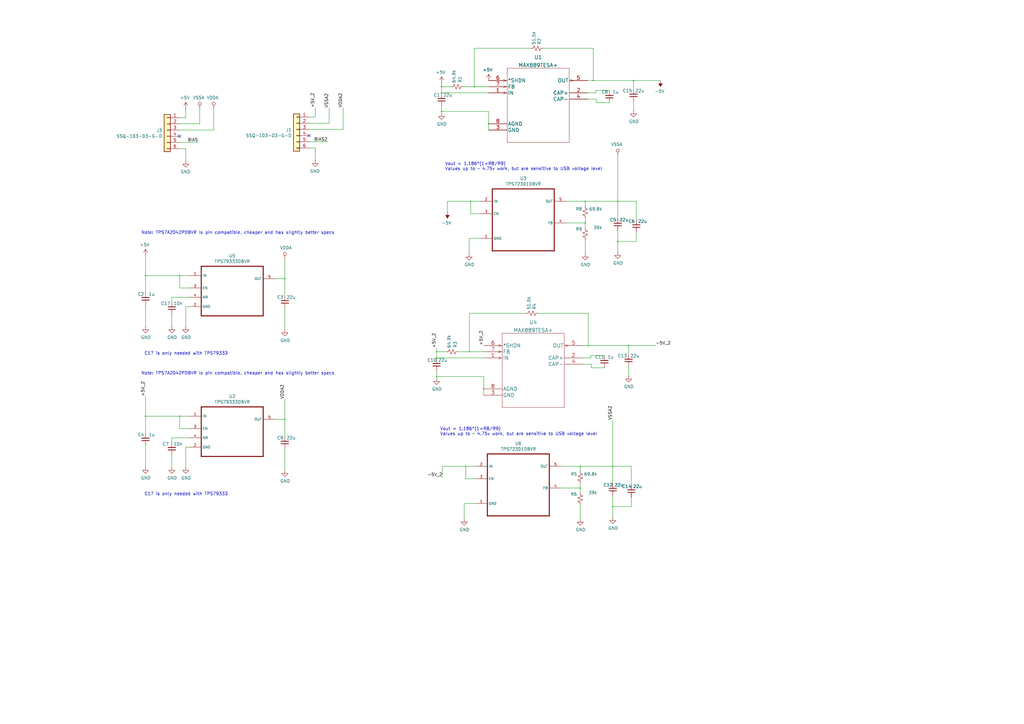
<source format=kicad_sch>
(kicad_sch (version 20231120) (generator "eeschema") (generator_version "8.0")
  (paper "A3")
  (lib_symbols
    (symbol "Connector_Generic:Conn_01x06" (pin_names hide)
      (property "Reference" "J" (at 0 7.62 0))
      (property "Value" "Conn_01x06" (at 0 -10.16 0))
      (symbol "Conn_01x06_1_1"
        (rectangle (start -1.27 -7.493) (end 0 -7.747) (stroke (width 0.1524)))
        (rectangle (start -1.27 -4.953) (end 0 -5.207) (stroke (width 0.1524)))
        (rectangle (start -1.27 -2.413) (end 0 -2.667) (stroke (width 0.1524)))
        (rectangle (start -1.27 0.127) (end 0 -0.127) (stroke (width 0.1524)))
        (rectangle (start -1.27 2.667) (end 0 2.413) (stroke (width 0.1524)))
        (rectangle (start -1.27 5.207) (end 0 4.953) (stroke (width 0.1524)))
        (rectangle (start -1.27 6.35) (end 1.27 -8.89) (stroke (width 0.254)) (fill (type background)))
        (pin passive line (at -5.08 5.08 0) (length 3.81) (name "Pin_1") (number "1"))
        (pin passive line (at -5.08 2.54 0) (length 3.81) (name "Pin_2") (number "2"))
        (pin passive line (at -5.08 0 0) (length 3.81) (name "Pin_3") (number "3"))
        (pin passive line (at -5.08 -2.54 0) (length 3.81) (name "Pin_4") (number "4"))
        (pin passive line (at -5.08 -5.08 0) (length 3.81) (name "Pin_5") (number "5"))
        (pin passive line (at -5.08 -7.62 0) (length 3.81) (name "Pin_6") (number "6"))
      )
    )
    (symbol "Device:C_Small" (pin_numbers hide) (pin_names (offset 0.254) hide)
      (property "Reference" "C" (at 0.254 1.778 0))
      (property "Value" "C_Small" (at 0.254 -2.032 0))
      (symbol "C_Small_0_1"
        (polyline (pts (xy -1.524 -0.508) (xy 1.524 -0.508)) (stroke (width 0.3302)))
        (polyline (pts (xy -1.524 0.508) (xy 1.524 0.508)) (stroke (width 0.3048)))
      )
      (symbol "C_Small_1_1"
        (pin passive line (at 0 2.54 270) (length 2.032) (name "~") (number "1"))
        (pin passive line (at 0 -2.54 90) (length 2.032) (name "~") (number "2"))
      )
    )
    (symbol "Device:R_Small_US" (pin_numbers hide) (pin_names (offset 0.254) hide)
      (property "Reference" "R" (at 0.762 0.508 0))
      (property "Value" "R_Small_US" (at 0.762 -1.016 0))
      (symbol "R_Small_US_1_1"
        (polyline (pts (xy 0 0) (xy 1.016 -0.381) (xy 0 -0.762) (xy -1.016 -1.143) (xy 0 -1.524)))
        (polyline (pts (xy 0 1.524) (xy 1.016 1.143) (xy 0 0.762) (xy -1.016 0.381) (xy 0 0)))
        (pin passive line (at 0 2.54 270) (length 1.016) (name "~") (number "1"))
        (pin passive line (at 0 -2.54 90) (length 1.016) (name "~") (number "2"))
      )
    )
    (symbol "TPS72301DBVR:TPS72301DBVR"
      (property "Reference" "U" (at -5.5372 12.2682 0))
      (property "Value" "TPS72301DBVR" (at -3.8862 -18.2372 0))
      (symbol "TPS72301DBVR_0_0"
        (polyline (pts (xy -12.7 -15.24) (xy 12.7 -15.24)) (stroke (width 0.4064)))
        (polyline (pts (xy -12.7 10.16) (xy -12.7 -15.24)) (stroke (width 0.4064)))
        (polyline (pts (xy 12.7 -15.24) (xy 12.7 10.16)) (stroke (width 0.4064)))
        (polyline (pts (xy 12.7 10.16) (xy -12.7 10.16)) (stroke (width 0.4064)))
        (pin passive line (at -17.78 -10.16 0) (length 5.08) (name "GND") (number "1"))
        (pin power_in line (at -17.78 5.08 0) (length 5.08) (name "IN") (number "2"))
        (pin input line (at -17.78 0 0) (length 5.08) (name "EN") (number "3"))
        (pin input line (at 17.78 -3.81 180) (length 5.08) (name "FB") (number "4"))
        (pin output line (at 17.78 5.08 180) (length 5.08) (name "OUT") (number "5"))
      )
    )
    (symbol "TPS79333DBVR:TPS79333DBVR"
      (property "Reference" "U" (at -4.8006 9.6012 0))
      (property "Value" "TPS79333DBVR" (at -3.7592 -16.2052 0))
      (symbol "TPS79333DBVR_0_0"
        (polyline (pts (xy -12.7 -12.7) (xy 12.7 -12.7)) (stroke (width 0.4064)))
        (polyline (pts (xy -12.7 7.62) (xy -12.7 -12.7)) (stroke (width 0.4064)))
        (polyline (pts (xy 12.7 -12.7) (xy 12.7 7.62)) (stroke (width 0.4064)))
        (polyline (pts (xy 12.7 7.62) (xy -12.7 7.62)) (stroke (width 0.4064)))
        (pin input line (at -17.78 3.81 0) (length 5.08) (name "IN") (number "1"))
        (pin passive line (at -17.78 -8.89 0) (length 5.08) (name "GND") (number "2"))
        (pin input line (at -17.78 -1.27 0) (length 5.08) (name "EN") (number "3"))
        (pin input line (at -17.78 -5.08 0) (length 5.08) (name "NR") (number "4"))
        (pin output line (at 17.78 2.54 180) (length 5.08) (name "OUT") (number "5"))
      )
    )
    (symbol "max889:MAX889TESA+" (pin_names (offset 0.254))
      (property "Reference" "U" (at 20.32 10.16 0))
      (property "Value" "MAX889TESA+" (at 20.32 7.62 0))
      (symbol "MAX889TESA+_1_1"
        (polyline (pts (xy 7.112 -5.08) (xy 6.0452 -5.588)) (stroke (width 0.127)))
        (polyline (pts (xy 7.112 -5.08) (xy 6.0452 -4.572)) (stroke (width 0.127)))
        (polyline (pts (xy 7.112 -2.54) (xy 6.0452 -3.048)) (stroke (width 0.127)))
        (polyline (pts (xy 7.112 -2.54) (xy 6.0452 -2.032)) (stroke (width 0.127)))
        (polyline (pts (xy 7.112 0) (xy 6.0452 -0.508)) (stroke (width 0.127)))
        (polyline (pts (xy 7.112 0) (xy 6.0452 0.508)) (stroke (width 0.127)))
        (polyline (pts (xy 7.62 -25.4) (xy 33.02 -25.4)) (stroke (width 0.127)))
        (polyline (pts (xy 7.62 5.08) (xy 7.62 -25.4)) (stroke (width 0.127)))
        (polyline (pts (xy 33.02 -25.4) (xy 33.02 5.08)) (stroke (width 0.127)))
        (polyline (pts (xy 33.02 5.08) (xy 7.62 5.08)) (stroke (width 0.127)))
        (polyline (pts (xy 33.528 -0.508) (xy 34.5948 0)) (stroke (width 0.127)))
        (polyline (pts (xy 33.528 0.508) (xy 34.5948 0)) (stroke (width 0.127)))
        (pin input line (at 0 -5.08 0) (length 7.62) (name "IN") (number "1"))
        (pin unspecified line (at 40.64 -5.08 180) (length 7.62) (name "CAP+") (number "2"))
        (pin power_in line (at 0 -20.32 0) (length 7.62) (name "GND") (number "3"))
        (pin unspecified line (at 40.64 -7.62 180) (length 7.62) (name "CAP-") (number "4"))
        (pin output line (at 40.64 0 180) (length 7.62) (name "OUT") (number "5"))
        (pin input line (at 0 0 0) (length 7.62) (name "*SHDN") (number "6"))
        (pin input line (at 0 -2.54 0) (length 7.62) (name "FB") (number "7"))
        (pin power_in line (at 0 -17.78 0) (length 7.62) (name "AGND") (number "8"))
      )
    )
    (symbol "power:+5V" (power) (pin_names (offset 0))
      (property "Value" "+5V" (at 0 3.556 0))
      (symbol "+5V_0_1"
        (polyline (pts (xy -0.762 1.27) (xy 0 2.54)))
        (polyline (pts (xy 0 0) (xy 0 2.54)))
        (polyline (pts (xy 0 2.54) (xy 0.762 1.27)))
      )
      (symbol "+5V_1_1"
        (pin power_in line (at 0 0 90) (length 0) hide (name "+5V") (number "1"))
      )
    )
    (symbol "power:-5V" (power) (pin_names (offset 0))
      (property "Value" "-5V" (at 0 3.81 0))
      (symbol "-5V_0_0"
        (pin power_in line (at 0 0 90) (length 0) hide (name "-5V") (number "1"))
      )
      (symbol "-5V_0_1"
        (polyline (pts (xy 0 0) (xy 0 1.27) (xy 0.762 1.27) (xy 0 2.54) (xy -0.762 1.27) (xy 0 1.27)) (fill (type outline)))
      )
    )
    (symbol "power:GND" (power) (pin_names (offset 0))
      (property "Value" "GND" (at 0 -3.81 0))
      (symbol "GND_0_1"
        (polyline (pts (xy 0 0) (xy 0 -1.27) (xy 1.27 -1.27) (xy 0 -2.54) (xy -1.27 -1.27) (xy 0 -1.27)))
      )
      (symbol "GND_1_1"
        (pin power_in line (at 0 0 270) (length 0) hide (name "GND") (number "1"))
      )
    )
    (symbol "power:VDDA" (power) (pin_names (offset 0))
      (property "Value" "VDDA" (at 0 3.81 0))
      (symbol "VDDA_0_1"
        (polyline (pts (xy 0 0) (xy 0 1.27)))
        (circle (center 0 1.905) (radius 0.635))
      )
      (symbol "VDDA_1_1"
        (pin power_in line (at 0 0 90) (length 0) hide (name "VDDA") (number "1"))
      )
    )
    (symbol "power:VSSA" (power) (pin_names (offset 0))
      (property "Value" "VSSA" (at 0 3.81 0))
      (symbol "VSSA_0_1"
        (polyline (pts (xy 0 0) (xy 0 1.27)))
        (circle (center 0 1.905) (radius 0.635))
      )
      (symbol "VSSA_1_1"
        (pin power_in line (at 0 0 90) (length 0) hide (name "VSSA") (number "1"))
      )
    )
  )
  (junction (at 194.564 35.56) (diameter 0.3048))
  (junction (at 179.07 146.812) (diameter 0.3048))
  (junction (at 59.69 170.688) (diameter 0.3048))
  (junction (at 59.69 113.03) (diameter 0.3048))
  (junction (at 259.842 33.02) (diameter 0.3048))
  (junction (at 251.333 207.772) (diameter 0.3048))
  (junction (at 243.332 33.02) (diameter 0.3048))
  (junction (at 241.3 141.732) (diameter 0.3048))
  (junction (at 116.84 171.958) (diameter 0.3048))
  (junction (at 181.102 38.1) (diameter 0.3048))
  (junction (at 73.66 170.688) (diameter 0.3048))
  (junction (at 193.04 82.55) (diameter 0.3048))
  (junction (at 200.406 50.8) (diameter 0.3048))
  (junction (at 253.365 99.06) (diameter 0.3048))
  (junction (at 73.66 113.03) (diameter 0.3048))
  (junction (at 192.532 144.272) (diameter 0.3048))
  (junction (at 240.03 91.44) (diameter 0.3048))
  (junction (at 191.008 191.262) (diameter 0.3048))
  (junction (at 240.03 82.55) (diameter 0.3048))
  (junction (at 181.102 45.72) (diameter 0.3048))
  (junction (at 179.07 144.272) (diameter 0.3048))
  (junction (at 181.102 35.56) (diameter 0.3048))
  (junction (at 116.84 114.3) (diameter 0.3048))
  (junction (at 251.333 191.262) (diameter 0.3048))
  (junction (at 253.365 82.55) (diameter 0.3048))
  (junction (at 198.374 159.512) (diameter 0.3048))
  (junction (at 237.998 191.262) (diameter 0.3048))
  (junction (at 237.998 200.152) (diameter 0.3048))
  (junction (at 257.81 141.732) (diameter 0.3048))
  (junction (at 179.07 154.432) (diameter 0.3048))
  (no_connect (at 73.66 55.88))
  (no_connect (at 126.746 55.626))
  (wire (pts (xy 258.953 207.772) (xy 258.953 203.962)))
  (wire (pts (xy 192.405 97.79) (xy 196.85 97.79)))
  (wire (pts (xy 140.716 53.086) (xy 126.746 53.086)))
  (wire (pts (xy 179.07 154.432) (xy 179.07 155.194)))
  (wire (pts (xy 129.286 48.006) (xy 126.746 48.006)))
  (wire (pts (xy 59.69 170.688) (xy 59.69 177.673)))
  (wire (pts (xy 187.96 144.272) (xy 192.532 144.272)))
  (wire (pts (xy 237.998 191.262) (xy 251.333 191.262)))
  (wire (pts (xy 240.03 91.44) (xy 240.03 93.345)))
  (wire (pts (xy 179.07 146.812) (xy 179.07 147.066)))
  (wire (pts (xy 242.316 146.812) (xy 242.316 145.796)))
  (wire (pts (xy 87.63 53.34) (xy 73.66 53.34)))
  (wire (pts (xy 181.102 34.036) (xy 181.102 35.56)))
  (wire (pts (xy 181.102 35.56) (xy 181.102 38.1)))
  (wire (pts (xy 200.406 38.1) (xy 181.102 38.1)))
  (wire (pts (xy 189.992 35.56) (xy 194.564 35.56)))
  (wire (pts (xy 251.333 207.772) (xy 251.333 212.217)))
  (wire (pts (xy 194.818 196.342) (xy 191.008 196.342)))
  (wire (pts (xy 179.07 152.146) (xy 179.07 154.432)))
  (wire (pts (xy 77.47 121.92) (xy 70.485 121.92)))
  (wire (pts (xy 232.41 91.44) (xy 240.03 91.44)))
  (wire (pts (xy 181.102 38.1) (xy 181.102 38.354)))
  (wire (pts (xy 70.485 181.483) (xy 70.485 179.578)))
  (wire (pts (xy 77.47 175.768) (xy 73.66 175.768)))
  (wire (pts (xy 198.374 159.512) (xy 198.374 162.052)))
  (wire (pts (xy 76.2 48.26) (xy 73.66 48.26)))
  (wire (pts (xy 257.81 141.732) (xy 268.859 141.732)))
  (wire (pts (xy 73.66 170.688) (xy 77.47 170.688)))
  (wire (pts (xy 240.03 84.455) (xy 240.03 82.55)))
  (wire (pts (xy 191.008 191.262) (xy 181.483 191.262)))
  (wire (pts (xy 243.332 33.02) (xy 241.046 33.02)))
  (wire (pts (xy 259.842 33.02) (xy 243.332 33.02)))
  (wire (pts (xy 259.842 33.02) (xy 259.842 36.576)))
  (wire (pts (xy 237.998 198.247) (xy 237.998 200.152)))
  (wire (pts (xy 179.07 144.272) (xy 182.88 144.272)))
  (wire (pts (xy 237.998 200.152) (xy 237.998 202.057)))
  (wire (pts (xy 220.726 128.524) (xy 241.3 128.524)))
  (wire (pts (xy 240.03 82.55) (xy 253.365 82.55)))
  (wire (pts (xy 253.365 82.55) (xy 253.365 89.535)))
  (wire (pts (xy 113.03 114.3) (xy 116.84 114.3)))
  (wire (pts (xy 76.2 60.96) (xy 76.2 66.04)))
  (wire (pts (xy 200.406 50.8) (xy 200.406 53.34)))
  (wire (pts (xy 135.001 50.546) (xy 126.746 50.546)))
  (wire (pts (xy 81.915 50.8) (xy 73.66 50.8)))
  (wire (pts (xy 76.2 125.73) (xy 76.2 133.985)))
  (wire (pts (xy 194.564 35.56) (xy 200.406 35.56)))
  (wire (pts (xy 116.84 171.958) (xy 116.84 178.943)))
  (wire (pts (xy 76.2 60.96) (xy 73.66 60.96)))
  (wire (pts (xy 179.07 144.272) (xy 179.07 146.812)))
  (wire (pts (xy 253.365 94.615) (xy 253.365 99.06)))
  (wire (pts (xy 77.47 125.73) (xy 76.2 125.73)))
  (wire (pts (xy 59.69 182.753) (xy 59.69 191.643)))
  (wire (pts (xy 192.405 104.14) (xy 192.405 97.79)))
  (wire (pts (xy 140.716 44.196) (xy 140.716 53.086)))
  (wire (pts (xy 258.953 198.882) (xy 258.953 191.262)))
  (wire (pts (xy 77.47 179.578) (xy 70.485 179.578)))
  (wire (pts (xy 258.953 191.262) (xy 251.333 191.262)))
  (wire (pts (xy 76.2 183.388) (xy 76.2 191.643)))
  (wire (pts (xy 73.66 170.688) (xy 59.69 170.688)))
  (wire (pts (xy 116.84 163.703) (xy 116.84 171.958)))
  (wire (pts (xy 241.046 38.1) (xy 244.348 38.1)))
  (wire (pts (xy 244.348 37.084) (xy 249.936 37.084)))
  (wire (pts (xy 244.348 38.1) (xy 244.348 37.084)))
  (wire (pts (xy 87.63 44.45) (xy 87.63 53.34)))
  (wire (pts (xy 129.286 48.006) (xy 129.286 44.196)))
  (wire (pts (xy 73.66 175.768) (xy 73.66 170.688)))
  (wire (pts (xy 126.746 58.166) (xy 134.366 58.166)))
  (wire (pts (xy 230.378 191.262) (xy 237.998 191.262)))
  (wire (pts (xy 190.373 212.852) (xy 190.373 206.502)))
  (wire (pts (xy 260.985 90.17) (xy 260.985 82.55)))
  (wire (pts (xy 116.84 114.3) (xy 116.84 121.285)))
  (wire (pts (xy 253.365 63.627) (xy 253.365 82.55)))
  (wire (pts (xy 240.03 89.535) (xy 240.03 91.44)))
  (wire (pts (xy 116.84 184.023) (xy 116.84 192.913)))
  (wire (pts (xy 241.3 141.732) (xy 239.014 141.732)))
  (wire (pts (xy 76.2 48.26) (xy 76.2 44.45)))
  (wire (pts (xy 260.985 82.55) (xy 253.365 82.55)))
  (wire (pts (xy 193.04 82.55) (xy 183.515 82.55)))
  (wire (pts (xy 192.532 144.272) (xy 198.374 144.272)))
  (wire (pts (xy 196.85 87.63) (xy 193.04 87.63)))
  (wire (pts (xy 251.333 203.327) (xy 251.333 207.772)))
  (wire (pts (xy 73.66 113.03) (xy 77.47 113.03)))
  (wire (pts (xy 70.485 123.825) (xy 70.485 121.92)))
  (wire (pts (xy 257.81 141.732) (xy 257.81 145.288)))
  (wire (pts (xy 253.365 99.06) (xy 260.985 99.06)))
  (wire (pts (xy 251.333 191.262) (xy 251.333 198.247)))
  (wire (pts (xy 73.66 118.11) (xy 73.66 113.03)))
  (wire (pts (xy 116.84 106.045) (xy 116.84 114.3)))
  (wire (pts (xy 70.485 191.643) (xy 70.485 186.563)))
  (wire (pts (xy 190.373 206.502) (xy 194.818 206.502)))
  (wire (pts (xy 113.03 171.958) (xy 116.84 171.958)))
  (wire (pts (xy 183.515 86.995) (xy 183.515 82.55)))
  (wire (pts (xy 73.66 113.03) (xy 59.69 113.03)))
  (wire (pts (xy 59.69 162.433) (xy 59.69 170.688)))
  (wire (pts (xy 259.842 33.02) (xy 270.891 33.02)))
  (wire (pts (xy 244.602 40.64) (xy 241.046 40.64)))
  (wire (pts (xy 244.602 42.164) (xy 244.602 40.64)))
  (wire (pts (xy 249.936 42.164) (xy 244.602 42.164)))
  (wire (pts (xy 191.008 196.342) (xy 191.008 191.262)))
  (wire (pts (xy 257.81 141.732) (xy 241.3 141.732)))
  (wire (pts (xy 239.014 146.812) (xy 242.316 146.812)))
  (wire (pts (xy 193.04 82.55) (xy 196.85 82.55)))
  (wire (pts (xy 181.102 43.434) (xy 181.102 45.72)))
  (wire (pts (xy 181.102 45.72) (xy 181.102 46.482)))
  (wire (pts (xy 251.333 172.339) (xy 251.333 191.262)))
  (wire (pts (xy 192.532 128.524) (xy 192.532 144.272)))
  (wire (pts (xy 135.001 44.196) (xy 135.001 50.546)))
  (wire (pts (xy 179.07 142.748) (xy 179.07 144.272)))
  (wire (pts (xy 260.985 99.06) (xy 260.985 95.25)))
  (wire (pts (xy 129.286 60.706) (xy 126.746 60.706)))
  (wire (pts (xy 237.998 212.852) (xy 237.998 207.137)))
  (wire (pts (xy 73.66 58.42) (xy 81.28 58.42)))
  (wire (pts (xy 200.406 45.72) (xy 181.102 45.72)))
  (wire (pts (xy 200.406 50.8) (xy 200.406 45.72)))
  (wire (pts (xy 77.47 118.11) (xy 73.66 118.11)))
  (wire (pts (xy 77.47 183.388) (xy 76.2 183.388)))
  (wire (pts (xy 251.333 207.772) (xy 258.953 207.772)))
  (wire (pts (xy 198.374 159.512) (xy 198.374 154.432)))
  (wire (pts (xy 59.69 113.03) (xy 59.69 120.015)))
  (wire (pts (xy 237.998 193.167) (xy 237.998 191.262)))
  (wire (pts (xy 241.3 128.524) (xy 241.3 141.732)))
  (wire (pts (xy 198.374 146.812) (xy 179.07 146.812)))
  (wire (pts (xy 70.485 133.985) (xy 70.485 128.905)))
  (wire (pts (xy 181.483 195.707) (xy 181.483 191.262)))
  (wire (pts (xy 59.69 104.775) (xy 59.69 113.03)))
  (wire (pts (xy 230.378 200.152) (xy 237.998 200.152)))
  (wire (pts (xy 222.758 19.812) (xy 243.332 19.812)))
  (wire (pts (xy 243.332 19.812) (xy 243.332 33.02)))
  (wire (pts (xy 253.365 99.06) (xy 253.365 103.505)))
  (wire (pts (xy 81.915 44.45) (xy 81.915 50.8)))
  (wire (pts (xy 242.316 145.796) (xy 247.904 145.796)))
  (wire (pts (xy 242.57 149.352) (xy 239.014 149.352)))
  (wire (pts (xy 116.84 126.365) (xy 116.84 135.255)))
  (wire (pts (xy 232.41 82.55) (xy 240.03 82.55)))
  (wire (pts (xy 181.102 35.56) (xy 184.912 35.56)))
  (wire (pts (xy 259.842 41.656) (xy 259.842 45.466)))
  (wire (pts (xy 240.03 104.14) (xy 240.03 98.425)))
  (wire (pts (xy 215.646 128.524) (xy 192.532 128.524)))
  (wire (pts (xy 242.57 150.876) (xy 242.57 149.352)))
  (wire (pts (xy 247.904 150.876) (xy 242.57 150.876)))
  (wire (pts (xy 257.81 150.368) (xy 257.81 154.178)))
  (wire (pts (xy 191.008 191.262) (xy 194.818 191.262)))
  (wire (pts (xy 129.286 60.706) (xy 129.286 65.786)))
  (wire (pts (xy 198.374 154.432) (xy 179.07 154.432)))
  (wire (pts (xy 194.564 19.812) (xy 194.564 35.56)))
  (wire (pts (xy 217.678 19.812) (xy 194.564 19.812)))
  (wire (pts (xy 193.04 87.63) (xy 193.04 82.55)))
  (wire (pts (xy 59.69 125.095) (xy 59.69 133.985)))
  (text "Vout = 1.186*(1+R8/R9)\nValues up to ~ 4.75v work, but are sensitive to USB voltage level" (at 180.467 178.816 0) (effects (font (size 1.27 1.27)) (justify left bottom)))
  (text "Vout = 1.186*(1+R8/R9)\nValues up to ~ 4.75v work, but are sensitive to USB voltage level" (at 182.499 70.104 0) (effects (font (size 1.27 1.27)) (justify left bottom)))
  (text "Note: TPS7A2042PDBVR is pin compatible, cheaper and has slightly better specs" (at 57.912 153.924 0) (effects (font (size 1.27 1.27)) (justify left bottom)))
  (text "Note: TPS7A2042PDBVR is pin compatible, cheaper and has slightly better specs" (at 57.912 96.266 0) (effects (font (size 1.27 1.27)) (justify left bottom)))
  (text "C17 is only needed with TPS79333" (at 59.182 203.454 0) (effects (font (size 1.27 1.27)) (justify left bottom)))
  (text "C17 is only needed with TPS79333" (at 59.182 145.796 0) (effects (font (size 1.27 1.27)) (justify left bottom)))
  (label "VSSA2" (at 251.333 172.339 90))
  (label "+5V_2" (at 179.07 142.748 90))
  (label "VDDA2" (at 140.716 44.196 90))
  (label "+5V_2" (at 59.69 162.56 90))
  (label "VSSA2" (at 135.001 44.196 90))
  (label "BIAS2" (at 134.366 58.166 180))
  (label "+5V_2" (at 198.374 141.732 90))
  (label "BIAS" (at 81.28 58.42 180))
  (label "VDDA2" (at 116.84 163.703 90))
  (label "-5V_2" (at 181.483 195.707 180))
  (label "-5V_2" (at 268.859 141.732 0))
  (label "+5V_2" (at 129.286 44.196 90))
  (symbol (lib_id "TPS79333DBVR:TPS79333DBVR") (at 95.25 116.84 0) (unit 1)
    (property "Reference" "U5" (at 95.25 104.902 0))
    (property "Value" "TPS79333DBVR" (at 95.25 107.2134 0))
    (property "Footprint" "footprints:TPS79333DBVR" (effects (hide yes)))
    (property "Datasheet" "Texas Instruments" (effects (hide yes)))
    (property "Field4" "SOT-23-5 Texas Instruments" (effects (hide yes)))
    (property "Field5" "Single Output LDO, 200mA, Fixed_3.3V_, High PSRR, Low Noise 5-SOT-23 -40 to 125" (effects (hide yes)))
    (property "Field6" "0.42 USD" (effects (hide yes)))
    (property "Field7" "TPS79333DBVR" (effects (hide yes)))
    (property "Field8" "Good" (effects (hide yes)))
  )
  (symbol (lib_id "Device:C_Small") (at 70.485 126.365 180) (unit 1)
    (property "Reference" "C17" (at 67.945 124.46 0))
    (property "Value" "10n" (at 73.025 124.46 0))
    (property "Footprint" "footprints:C_0603_1608Metric" (effects (hide yes)))
  )
  (symbol (lib_id "power:GND") (at 70.485 133.985 0) (unit 1)
    (property "Reference" "#PWR0102" (effects (hide yes)))
    (property "Value" "GND" (at 70.612 138.3792 0))
  )
  (symbol (lib_id "power:GND") (at 76.2 133.985 0) (unit 1)
    (property "Reference" "#PWR0103" (effects (hide yes)))
    (property "Value" "GND" (at 76.327 138.3792 0))
  )
  (symbol (lib_id "Device:R_Small_US") (at 240.03 86.995 180) (unit 1)
    (property "Reference" "R8" (at 238.76 85.725 0) (effects (justify left)))
    (property "Value" "69.8k" (at 247.015 85.725 0) (effects (justify left)))
    (property "Footprint" "footprints:R_0603_1608Metric" (effects (hide yes)))
  )
  (symbol (lib_id "Device:R_Small_US") (at 240.03 95.885 180) (unit 1)
    (property "Reference" "R9" (at 238.76 93.98 0) (effects (justify left)))
    (property "Value" "39k" (at 247.015 93.345 0) (effects (justify left)))
    (property "Footprint" "footprints:R_0603_1608Metric" (effects (hide yes)))
  )
  (symbol (lib_id "power:GND") (at 240.03 104.14 0) (unit 1)
    (property "Reference" "#PWR0107" (effects (hide yes)))
    (property "Value" "GND" (at 240.157 108.5342 0))
  )
  (symbol (lib_id "Device:C_Small") (at 181.102 40.894 180) (unit 1)
    (property "Reference" "C1" (at 179.197 38.989 0))
    (property "Value" "22u" (at 183.642 38.989 0))
    (property "Footprint" "footprints:C_0603_1608Metric" (effects (hide yes)))
  )
  (symbol (lib_id "Device:C_Small") (at 259.842 39.116 180) (unit 1)
    (property "Reference" "C15" (at 257.302 37.211 0))
    (property "Value" "22u" (at 262.382 37.211 0))
    (property "Footprint" "footprints:C_0603_1608Metric" (effects (hide yes)))
  )
  (symbol (lib_id "Device:C_Small") (at 249.936 39.624 180) (unit 1)
    (property "Reference" "C8" (at 248.031 37.719 0))
    (property "Value" "1u" (at 252.476 37.719 0))
    (property "Footprint" "footprints:C_0603_1608Metric" (effects (hide yes)))
  )
  (symbol (lib_id "power:GND") (at 259.842 45.466 0) (unit 1)
    (property "Reference" "#PWR0119" (effects (hide yes)))
    (property "Value" "GND" (at 259.969 49.8602 0))
  )
  (symbol (lib_id "power:-5V") (at 270.891 33.02 180) (unit 1)
    (property "Reference" "#PWR04" (effects (hide yes)))
    (property "Value" "-5V" (at 270.51 37.4142 0))
  )
  (symbol (lib_id "power:GND") (at 181.102 46.482 0) (unit 1)
    (property "Reference" "#PWR0120" (effects (hide yes)))
    (property "Value" "GND" (at 181.229 50.8762 0))
  )
  (symbol (lib_id "TPS72301DBVR:TPS72301DBVR") (at 214.63 87.63 0) (unit 1)
    (property "Reference" "U3" (at 214.63 73.152 0))
    (property "Value" "TPS72301DBVR" (at 214.63 75.4634 0))
    (property "Footprint" "footprints:TPS72301DBVR" (effects (hide yes)))
    (property "Datasheet" "SOT-23-5 Texas Instruments" (effects (hide yes)))
    (property "Field4" "Texas Instruments" (effects (hide yes)))
    (property "Field5" "Good" (effects (hide yes)))
    (property "Field6" "200mA, Negative Output Low-Dropout Linear Regulator 5-SOT-23 -40 to 125" (effects (hide yes)))
    (property "Field7" "TPS72301DBVR" (effects (hide yes)))
    (property "Field8" "1.75 USD" (effects (hide yes)))
  )
  (symbol (lib_id "power:GND") (at 76.2 66.04 0) (mirror y) (unit 1)
    (property "Reference" "#PWR0123" (effects (hide yes)))
    (property "Value" "GND" (at 76.073 70.4342 0))
  )
  (symbol (lib_id "power:+5V") (at 76.2 44.45 0) (mirror y) (unit 1)
    (property "Reference" "#PWR0124" (effects (hide yes)))
    (property "Value" "+5V" (at 75.819 40.0558 0))
  )
  (symbol (lib_id "Connector_Generic:Conn_01x06") (at 68.58 53.34 0) (mirror y) (unit 1)
    (property "Reference" "J3" (at 66.548 53.5432 0) (effects (justify left)))
    (property "Value" "SSQ-103-03-G-D" (at 66.548 55.8546 0) (effects (justify left)))
    (property "Footprint" "footprints:PinHeader_2x03_P2.54mm_Vertical" (effects (hide yes)))
  )
  (symbol (lib_id "power:VSSA") (at 81.915 44.45 0) (mirror y) (unit 1)
    (property "Reference" "#PWR0126" (effects (hide yes)))
    (property "Value" "VSSA" (at 81.4832 40.0558 0))
  )
  (symbol (lib_id "power:VDDA") (at 87.63 44.45 0) (mirror y) (unit 1)
    (property "Reference" "#PWR0127" (effects (hide yes)))
    (property "Value" "VDDA" (at 87.1982 40.0558 0))
  )
  (symbol (lib_id "power:+5V") (at 181.102 34.036 0) (mirror y) (unit 1)
    (property "Reference" "#PWR0101" (effects (hide yes)))
    (property "Value" "+5V" (at 180.721 29.6418 0))
  )
  (symbol (lib_id "Device:C_Small") (at 59.69 122.555 180) (unit 1)
    (property "Reference" "C2" (at 57.785 120.65 0))
    (property "Value" "1u" (at 62.23 120.65 0))
    (property "Footprint" "footprints:C_0603_1608Metric" (effects (hide yes)))
  )
  (symbol (lib_id "power:GND") (at 59.69 133.985 0) (unit 1)
    (property "Reference" "#PWR0105" (effects (hide yes)))
    (property "Value" "GND" (at 59.817 138.3792 0))
  )
  (symbol (lib_id "power:GND") (at 116.84 135.255 0) (unit 1)
    (property "Reference" "#PWR0106" (effects (hide yes)))
    (property "Value" "GND" (at 116.967 139.6492 0))
  )
  (symbol (lib_id "Device:C_Small") (at 116.84 123.825 180) (unit 1)
    (property "Reference" "C3" (at 114.935 121.92 0))
    (property "Value" "22u" (at 119.38 121.92 0))
    (property "Footprint" "footprints:C_0603_1608Metric" (effects (hide yes)))
  )
  (symbol (lib_id "power:GND") (at 253.365 103.505 0) (unit 1)
    (property "Reference" "#PWR0108" (effects (hide yes)))
    (property "Value" "GND" (at 253.492 107.8992 0))
  )
  (symbol (lib_id "Device:C_Small") (at 253.365 92.075 180) (unit 1)
    (property "Reference" "C5" (at 251.46 90.17 0))
    (property "Value" "22u" (at 255.905 90.17 0))
    (property "Footprint" "footprints:C_0603_1608Metric" (effects (hide yes)))
  )
  (symbol (lib_id "power:VSSA") (at 253.365 63.627 0) (mirror y) (unit 1)
    (property "Reference" "#PWR0109" (effects (hide yes)))
    (property "Value" "VSSA" (at 252.9332 59.2328 0))
  )
  (symbol (lib_id "power:-5V") (at 183.515 86.995 180) (unit 1)
    (property "Reference" "#PWR0110" (effects (hide yes)))
    (property "Value" "-5V" (at 183.134 91.3892 0))
  )
  (symbol (lib_id "power:GND") (at 192.405 104.14 0) (unit 1)
    (property "Reference" "#PWR0112" (effects (hide yes)))
    (property "Value" "GND" (at 192.532 108.5342 0))
  )
  (symbol (lib_id "Device:C_Small") (at 260.985 92.71 180) (unit 1)
    (property "Reference" "C6" (at 259.08 90.805 0))
    (property "Value" "22u" (at 263.525 90.805 0))
    (property "Footprint" "footprints:C_0603_1608Metric" (effects (hide yes)))
  )
  (symbol (lib_id "power:GND") (at 129.286 65.786 0) (mirror y) (unit 1)
    (property "Reference" "#PWR0117" (effects (hide yes)))
    (property "Value" "GND" (at 129.159 70.1802 0))
  )
  (symbol (lib_id "Device:R_Small_US") (at 187.452 35.56 270) (unit 1)
    (property "Reference" "R1" (at 188.722 31.242 0) (effects (justify left)))
    (property "Value" "64.9k" (at 186.182 28.575 0) (effects (justify left)))
    (property "Footprint" "footprints:R_0603_1608Metric" (effects (hide yes)))
  )
  (symbol (lib_id "power:GND") (at 190.373 212.852 0) (unit 1)
    (property "Reference" "#PWR0122" (effects (hide yes)))
    (property "Value" "GND" (at 190.5 217.2462 0))
  )
  (symbol (lib_id "Device:C_Small") (at 251.333 200.787 180) (unit 1)
    (property "Reference" "C12" (at 249.428 198.882 0))
    (property "Value" "22u" (at 253.873 198.882 0))
    (property "Footprint" "footprints:C_0603_1608Metric" (effects (hide yes)))
  )
  (symbol (lib_id "Device:R_Small_US") (at 218.186 128.524 270) (unit 1)
    (property "Reference" "R4" (at 219.202 124.333 0) (effects (justify left)))
    (property "Value" "51.5k" (at 216.916 121.539 0) (effects (justify left)))
    (property "Footprint" "footprints:R_0603_1608Metric" (effects (hide yes)))
  )
  (symbol (lib_id "Device:R_Small_US") (at 185.42 144.272 270) (unit 1)
    (property "Reference" "R3" (at 186.69 139.954 0) (effects (justify left)))
    (property "Value" "64.9k" (at 184.15 137.287 0) (effects (justify left)))
    (property "Footprint" "footprints:R_0603_1608Metric" (effects (hide yes)))
  )
  (symbol (lib_id "power:GND") (at 251.333 212.217 0) (unit 1)
    (property "Reference" "#PWR0129" (effects (hide yes)))
    (property "Value" "GND" (at 251.46 216.6112 0))
  )
  (symbol (lib_id "power:+5V") (at 200.406 33.02 0) (mirror y) (unit 1)
    (property "Reference" "#PWR0111" (effects (hide yes)))
    (property "Value" "+5V" (at 200.025 28.6258 0))
  )
  (symbol (lib_id "power:GND") (at 257.81 154.178 0) (unit 1)
    (property "Reference" "#PWR0128" (effects (hide yes)))
    (property "Value" "GND" (at 257.937 158.5722 0))
  )
  (symbol (lib_id "Device:R_Small_US") (at 237.998 204.597 180) (unit 1)
    (property "Reference" "R6" (at 236.728 202.692 0) (effects (justify left)))
    (property "Value" "39k" (at 244.983 202.057 0) (effects (justify left)))
    (property "Footprint" "footprints:R_0603_1608Metric" (effects (hide yes)))
  )
  (symbol (lib_id "TPS72301DBVR:TPS72301DBVR") (at 212.598 196.342 0) (unit 1)
    (property "Reference" "U6" (at 212.598 181.864 0))
    (property "Value" "TPS72301DBVR" (at 212.598 184.1754 0))
    (property "Footprint" "footprints:TPS72301DBVR" (effects (hide yes)))
    (property "Datasheet" "SOT-23-5 Texas Instruments" (effects (hide yes)))
    (property "Field4" "Texas Instruments" (effects (hide yes)))
    (property "Field5" "Good" (effects (hide yes)))
    (property "Field6" "200mA, Negative Output Low-Dropout Linear Regulator 5-SOT-23 -40 to 125" (effects (hide yes)))
    (property "Field7" "TPS72301DBVR" (effects (hide yes)))
    (property "Field8" "1.75 USD" (effects (hide yes)))
  )
  (symbol (lib_id "power:VDDA") (at 116.84 106.045 0) (unit 1)
    (property "Reference" "#PWR0118" (effects (hide yes)))
    (property "Value" "VDDA" (at 117.2718 101.6508 0))
  )
  (symbol (lib_id "power:GND") (at 179.07 155.194 0) (unit 1)
    (property "Reference" "#PWR0121" (effects (hide yes)))
    (property "Value" "GND" (at 179.197 159.5882 0))
  )
  (symbol (lib_id "Device:R_Small_US") (at 220.218 19.812 270) (unit 1)
    (property "Reference" "R2" (at 221.234 15.621 0) (effects (justify left)))
    (property "Value" "51.5k" (at 218.948 12.827 0) (effects (justify left)))
    (property "Footprint" "footprints:R_0603_1608Metric" (effects (hide yes)))
  )
  (symbol (lib_id "power:GND") (at 70.485 191.643 0) (unit 1)
    (property "Reference" "#PWR0116" (effects (hide yes)))
    (property "Value" "GND" (at 70.612 196.0372 0))
  )
  (symbol (lib_id "TPS79333DBVR:TPS79333DBVR") (at 95.25 174.498 0) (unit 1)
    (property "Reference" "U2" (at 95.25 162.56 0))
    (property "Value" "TPS79333DBVR" (at 95.25 164.8714 0))
    (property "Footprint" "footprints:TPS79333DBVR" (effects (hide yes)))
    (property "Datasheet" "Texas Instruments" (effects (hide yes)))
    (property "Field4" "SOT-23-5 Texas Instruments" (effects (hide yes)))
    (property "Field5" "Single Output LDO, 200mA, Fixed_3.3V_, High PSRR, Low Noise 5-SOT-23 -40 to 125" (effects (hide yes)))
    (property "Field6" "0.42 USD" (effects (hide yes)))
    (property "Field7" "TPS79333DBVR" (effects (hide yes)))
    (property "Field8" "Good" (effects (hide yes)))
  )
  (symbol (lib_id "Device:C_Small") (at 257.81 147.828 180) (unit 1)
    (property "Reference" "C13" (at 255.27 145.923 0))
    (property "Value" "22u" (at 260.35 145.923 0))
    (property "Footprint" "footprints:C_0603_1608Metric" (effects (hide yes)))
  )
  (symbol (lib_id "max889:MAX889TESA+") (at 198.374 141.732 0) (unit 1)
    (property "Reference" "U4" (at 218.694 132.1845 0) (effects (font (size 1.524 1.524))))
    (property "Value" "MAX889TESA+" (at 218.694 135.4635 0) (effects (font (size 1.524 1.524))))
    (property "Footprint" "footprints:MAX889TESA&plus_" (effects (hide yes)))
  )
  (symbol (lib_id "Device:R_Small_US") (at 237.998 195.707 180) (unit 1)
    (property "Reference" "R5" (at 236.728 194.437 0) (effects (justify left)))
    (property "Value" "69.8k" (at 244.983 194.437 0) (effects (justify left)))
    (property "Footprint" "footprints:R_0603_1608Metric" (effects (hide yes)))
  )
  (symbol (lib_id "max889:MAX889TESA+") (at 200.406 33.02 0) (unit 1)
    (property "Reference" "U1" (at 220.726 23.4725 0) (effects (font (size 1.524 1.524))))
    (property "Value" "MAX889TESA+" (at 220.726 26.7515 0) (effects (font (size 1.524 1.524))))
    (property "Footprint" "footprints:MAX889TESA&plus_" (effects (hide yes)))
  )
  (symbol (lib_id "Device:C_Small") (at 258.953 201.422 180) (unit 1)
    (property "Reference" "C14" (at 257.048 199.517 0))
    (property "Value" "22u" (at 261.493 199.517 0))
    (property "Footprint" "footprints:C_0603_1608Metric" (effects (hide yes)))
  )
  (symbol (lib_id "power:GND") (at 76.2 191.643 0) (unit 1)
    (property "Reference" "#PWR0113" (effects (hide yes)))
    (property "Value" "GND" (at 76.327 196.0372 0))
  )
  (symbol (lib_id "power:+5V") (at 59.69 104.775 0) (mirror y) (unit 1)
    (property "Reference" "#PWR0114" (effects (hide yes)))
    (property "Value" "+5V" (at 59.309 100.3808 0))
  )
  (symbol (lib_id "Device:C_Small") (at 116.84 181.483 180) (unit 1)
    (property "Reference" "C9" (at 114.935 179.578 0))
    (property "Value" "22u" (at 119.38 179.578 0))
    (property "Footprint" "footprints:C_0603_1608Metric" (effects (hide yes)))
  )
  (symbol (lib_id "Connector_Generic:Conn_01x06") (at 121.666 53.086 0) (mirror y) (unit 1)
    (property "Reference" "J1" (at 119.634 53.2892 0) (effects (justify left)))
    (property "Value" "SSQ-103-03-G-D" (at 119.634 55.6006 0) (effects (justify left)))
    (property "Footprint" "footprints:PinHeader_2x03_P2.54mm_Vertical" (effects (hide yes)))
  )
  (symbol (lib_id "power:GND") (at 116.84 192.913 0) (unit 1)
    (property "Reference" "#PWR0104" (effects (hide yes)))
    (property "Value" "GND" (at 116.967 197.3072 0))
  )
  (symbol (lib_id "Device:C_Small") (at 70.485 184.023 180) (unit 1)
    (property "Reference" "C7" (at 67.945 182.118 0))
    (property "Value" "10n" (at 73.025 182.118 0))
    (property "Footprint" "footprints:C_0603_1608Metric" (effects (hide yes)))
  )
  (symbol (lib_id "Device:C_Small") (at 59.69 180.213 180) (unit 1)
    (property "Reference" "C4" (at 57.785 178.308 0))
    (property "Value" "1u" (at 62.23 178.308 0))
    (property "Footprint" "footprints:C_0603_1608Metric" (effects (hide yes)))
  )
  (symbol (lib_id "Device:C_Small") (at 247.904 148.336 180) (unit 1)
    (property "Reference" "C11" (at 245.999 146.431 0))
    (property "Value" "1u" (at 250.444 146.431 0))
    (property "Footprint" "footprints:C_0603_1608Metric" (effects (hide yes)))
  )
  (symbol (lib_id "Device:C_Small") (at 179.07 149.606 180) (unit 1)
    (property "Reference" "C10" (at 177.165 147.701 0))
    (property "Value" "22u" (at 181.61 147.701 0))
    (property "Footprint" "footprints:C_0603_1608Metric" (effects (hide yes)))
  )
  (symbol (lib_id "power:GND") (at 237.998 212.852 0) (unit 1)
    (property "Reference" "#PWR0130" (effects (hide yes)))
    (property "Value" "GND" (at 238.125 217.2462 0))
  )
  (symbol (lib_id "power:GND") (at 59.69 191.643 0) (unit 1)
    (property "Reference" "#PWR0115" (effects (hide yes)))
    (property "Value" "GND" (at 59.817 196.0372 0))
  )
)
</source>
